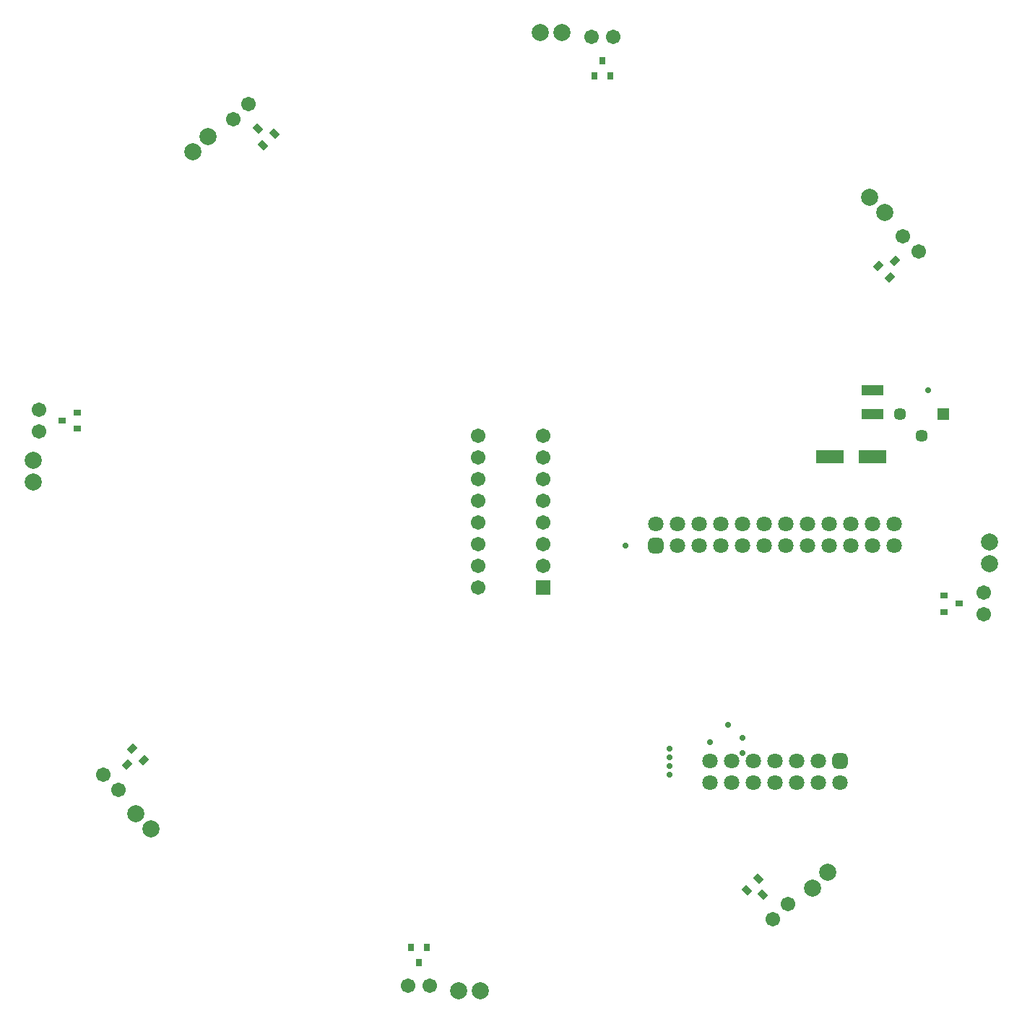
<source format=gts>
G04*
G04 #@! TF.GenerationSoftware,Altium Limited,Altium Designer,24.6.1 (21)*
G04*
G04 Layer_Color=8388736*
%FSLAX44Y44*%
%MOMM*%
G71*
G04*
G04 #@! TF.SameCoordinates,B4F3611A-EC35-413B-BF39-3333FE2D459C*
G04*
G04*
G04 #@! TF.FilePolarity,Negative*
G04*
G01*
G75*
G04:AMPARAMS|DCode=17|XSize=0.972mm|YSize=0.802mm|CornerRadius=0mm|HoleSize=0mm|Usage=FLASHONLY|Rotation=135.000|XOffset=0mm|YOffset=0mm|HoleType=Round|Shape=Rectangle|*
%AMROTATEDRECTD17*
4,1,4,0.6272,-0.0601,0.0601,-0.6272,-0.6272,0.0601,-0.0601,0.6272,0.6272,-0.0601,0.0*
%
%ADD17ROTATEDRECTD17*%

%ADD18R,0.9720X0.8020*%
%ADD19R,0.8020X0.9720*%
G04:AMPARAMS|DCode=20|XSize=0.972mm|YSize=0.802mm|CornerRadius=0mm|HoleSize=0mm|Usage=FLASHONLY|Rotation=45.000|XOffset=0mm|YOffset=0mm|HoleType=Round|Shape=Rectangle|*
%AMROTATEDRECTD20*
4,1,4,-0.0601,-0.6272,-0.6272,-0.0601,0.0601,0.6272,0.6272,0.0601,-0.0601,-0.6272,0.0*
%
%ADD20ROTATEDRECTD20*%

%ADD21R,3.2000X1.6000*%
%ADD22R,2.6582X1.2557*%
%ADD23C,1.7032*%
%ADD24C,2.0000*%
G04:AMPARAMS|DCode=25|XSize=1.8032mm|YSize=1.8032mm|CornerRadius=0.5016mm|HoleSize=0mm|Usage=FLASHONLY|Rotation=180.000|XOffset=0mm|YOffset=0mm|HoleType=Round|Shape=RoundedRectangle|*
%AMROUNDEDRECTD25*
21,1,1.8032,0.8000,0,0,180.0*
21,1,0.8000,1.8032,0,0,180.0*
1,1,1.0032,-0.4000,0.4000*
1,1,1.0032,0.4000,0.4000*
1,1,1.0032,0.4000,-0.4000*
1,1,1.0032,-0.4000,-0.4000*
%
%ADD25ROUNDEDRECTD25*%
%ADD26C,1.8032*%
%ADD27C,1.4532*%
%ADD28R,1.4532X1.4532*%
%ADD29R,1.7032X1.7032*%
%ADD30C,0.7032*%
D17*
X-295798Y449233D02*
D03*
X-276565Y443435D02*
D03*
X-290000Y430000D02*
D03*
X296258Y-448758D02*
D03*
X277025Y-442960D02*
D03*
X290460Y-429525D02*
D03*
D18*
X-525200Y107000D02*
D03*
X-507500Y116500D02*
D03*
Y97500D02*
D03*
X508650Y-98000D02*
D03*
Y-117000D02*
D03*
X526350Y-107500D02*
D03*
D19*
X107700Y528850D02*
D03*
X117200Y511150D02*
D03*
X98200D02*
D03*
X-97500Y-510000D02*
D03*
X-116500D02*
D03*
X-107000Y-527700D02*
D03*
D20*
X450798Y294233D02*
D03*
X445000Y275000D02*
D03*
X431565Y288435D02*
D03*
X-448758Y-296258D02*
D03*
X-442960Y-277025D02*
D03*
X-429525Y-290460D02*
D03*
D21*
X425000Y65000D02*
D03*
X375000D02*
D03*
D22*
X425000Y142500D02*
D03*
Y114475D02*
D03*
D23*
X-325000Y460000D02*
D03*
X-307040Y477961D02*
D03*
X307500Y-477500D02*
D03*
X325461Y-459539D02*
D03*
X-477500Y-307500D02*
D03*
X-459539Y-325461D02*
D03*
X555000Y-94600D02*
D03*
Y-120000D02*
D03*
X-552500Y120000D02*
D03*
Y94600D02*
D03*
X-120000Y-555000D02*
D03*
X-94600D02*
D03*
X120400Y556334D02*
D03*
X95000D02*
D03*
X-38100Y88900D02*
D03*
Y63500D02*
D03*
Y38100D02*
D03*
Y12700D02*
D03*
Y-12700D02*
D03*
Y-38100D02*
D03*
Y-63500D02*
D03*
Y-88900D02*
D03*
X38100Y88900D02*
D03*
Y63500D02*
D03*
Y38100D02*
D03*
Y12700D02*
D03*
Y-12700D02*
D03*
Y-38100D02*
D03*
Y-63500D02*
D03*
X478520Y305000D02*
D03*
X460559Y322961D02*
D03*
D24*
X438980Y351020D02*
D03*
X421020Y368980D02*
D03*
X371922Y-422500D02*
D03*
X353961Y-440461D02*
D03*
X-60200Y-561334D02*
D03*
X-34800D02*
D03*
X-439134Y-353520D02*
D03*
X-421174Y-371480D02*
D03*
X-559663Y60400D02*
D03*
Y35000D02*
D03*
X-353961Y439797D02*
D03*
X-371922Y421836D02*
D03*
X60400Y561334D02*
D03*
X35000D02*
D03*
X561334Y-35000D02*
D03*
Y-60400D02*
D03*
D25*
X386500Y-292100D02*
D03*
X170600Y-39700D02*
D03*
D26*
X386500Y-317500D02*
D03*
X361100Y-292100D02*
D03*
Y-317500D02*
D03*
X335700Y-292100D02*
D03*
Y-317500D02*
D03*
X310300Y-292100D02*
D03*
Y-317500D02*
D03*
X284900Y-292100D02*
D03*
X259500D02*
D03*
X234100D02*
D03*
X284900Y-317500D02*
D03*
X259500D02*
D03*
X234100D02*
D03*
X450000Y-14300D02*
D03*
X424600D02*
D03*
X399200D02*
D03*
X450000Y-39700D02*
D03*
X424600D02*
D03*
X399200D02*
D03*
X373800Y-14300D02*
D03*
X348400D02*
D03*
X373800Y-39700D02*
D03*
X348400D02*
D03*
X170600Y-14300D02*
D03*
X196000Y-39700D02*
D03*
Y-14300D02*
D03*
X221400Y-39700D02*
D03*
Y-14300D02*
D03*
X246800Y-39700D02*
D03*
Y-14300D02*
D03*
X272200Y-39700D02*
D03*
X297600D02*
D03*
X272200Y-14300D02*
D03*
X297600D02*
D03*
X323000Y-39700D02*
D03*
Y-14300D02*
D03*
D27*
X457100Y114650D02*
D03*
X482500Y89250D02*
D03*
D28*
X507900Y114650D02*
D03*
D29*
X38100Y-88900D02*
D03*
D30*
X272500Y-265000D02*
D03*
Y-282500D02*
D03*
X255000Y-249000D02*
D03*
X234100Y-270000D02*
D03*
X135000Y-39700D02*
D03*
X490000Y142500D02*
D03*
X186506Y-277500D02*
D03*
Y-287500D02*
D03*
Y-297692D02*
D03*
Y-307500D02*
D03*
M02*

</source>
